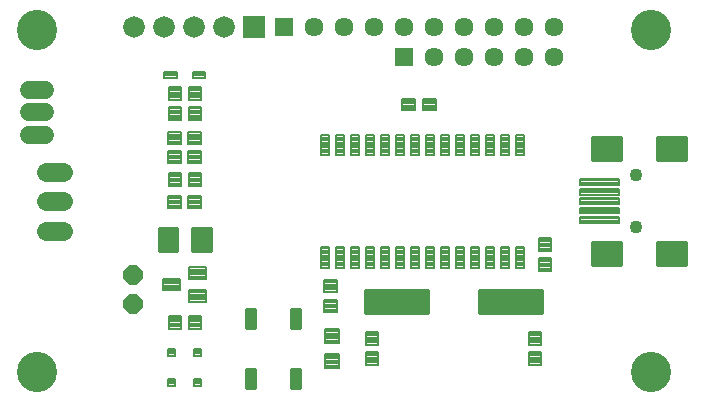
<source format=gts>
G75*
G70*
%OFA0B0*%
%FSLAX24Y24*%
%IPPOS*%
%LPD*%
%AMOC8*
5,1,8,0,0,1.08239X$1,22.5*
%
%ADD10C,0.0081*%
%ADD11C,0.0084*%
%ADD12C,0.0081*%
%ADD13C,0.0083*%
%ADD14C,0.0640*%
%ADD15C,0.0080*%
%ADD16C,0.0084*%
%ADD17OC8,0.0640*%
%ADD18C,0.0596*%
%ADD19C,0.0085*%
%ADD20C,0.0082*%
%ADD21C,0.0087*%
%ADD22C,0.0434*%
%ADD23R,0.0720X0.0720*%
%ADD24C,0.0720*%
%ADD25R,0.0635X0.0635*%
%ADD26C,0.0635*%
%ADD27C,0.1340*%
D10*
X015440Y009825D02*
X015696Y009825D01*
X015440Y009825D02*
X015440Y010493D01*
X015696Y010493D01*
X015696Y009825D01*
X015696Y009905D02*
X015440Y009905D01*
X015440Y009985D02*
X015696Y009985D01*
X015696Y010065D02*
X015440Y010065D01*
X015440Y010145D02*
X015696Y010145D01*
X015696Y010225D02*
X015440Y010225D01*
X015440Y010305D02*
X015696Y010305D01*
X015696Y010385D02*
X015440Y010385D01*
X015440Y010465D02*
X015696Y010465D01*
X015940Y009825D02*
X016196Y009825D01*
X015940Y009825D02*
X015940Y010493D01*
X016196Y010493D01*
X016196Y009825D01*
X016196Y009905D02*
X015940Y009905D01*
X015940Y009985D02*
X016196Y009985D01*
X016196Y010065D02*
X015940Y010065D01*
X015940Y010145D02*
X016196Y010145D01*
X016196Y010225D02*
X015940Y010225D01*
X015940Y010305D02*
X016196Y010305D01*
X016196Y010385D02*
X015940Y010385D01*
X015940Y010465D02*
X016196Y010465D01*
X016440Y009825D02*
X016696Y009825D01*
X016440Y009825D02*
X016440Y010493D01*
X016696Y010493D01*
X016696Y009825D01*
X016696Y009905D02*
X016440Y009905D01*
X016440Y009985D02*
X016696Y009985D01*
X016696Y010065D02*
X016440Y010065D01*
X016440Y010145D02*
X016696Y010145D01*
X016696Y010225D02*
X016440Y010225D01*
X016440Y010305D02*
X016696Y010305D01*
X016696Y010385D02*
X016440Y010385D01*
X016440Y010465D02*
X016696Y010465D01*
X016940Y009825D02*
X017196Y009825D01*
X016940Y009825D02*
X016940Y010493D01*
X017196Y010493D01*
X017196Y009825D01*
X017196Y009905D02*
X016940Y009905D01*
X016940Y009985D02*
X017196Y009985D01*
X017196Y010065D02*
X016940Y010065D01*
X016940Y010145D02*
X017196Y010145D01*
X017196Y010225D02*
X016940Y010225D01*
X016940Y010305D02*
X017196Y010305D01*
X017196Y010385D02*
X016940Y010385D01*
X016940Y010465D02*
X017196Y010465D01*
X017440Y009825D02*
X017696Y009825D01*
X017440Y009825D02*
X017440Y010493D01*
X017696Y010493D01*
X017696Y009825D01*
X017696Y009905D02*
X017440Y009905D01*
X017440Y009985D02*
X017696Y009985D01*
X017696Y010065D02*
X017440Y010065D01*
X017440Y010145D02*
X017696Y010145D01*
X017696Y010225D02*
X017440Y010225D01*
X017440Y010305D02*
X017696Y010305D01*
X017696Y010385D02*
X017440Y010385D01*
X017440Y010465D02*
X017696Y010465D01*
X017940Y009825D02*
X018196Y009825D01*
X017940Y009825D02*
X017940Y010493D01*
X018196Y010493D01*
X018196Y009825D01*
X018196Y009905D02*
X017940Y009905D01*
X017940Y009985D02*
X018196Y009985D01*
X018196Y010065D02*
X017940Y010065D01*
X017940Y010145D02*
X018196Y010145D01*
X018196Y010225D02*
X017940Y010225D01*
X017940Y010305D02*
X018196Y010305D01*
X018196Y010385D02*
X017940Y010385D01*
X017940Y010465D02*
X018196Y010465D01*
X018440Y009825D02*
X018696Y009825D01*
X018440Y009825D02*
X018440Y010493D01*
X018696Y010493D01*
X018696Y009825D01*
X018696Y009905D02*
X018440Y009905D01*
X018440Y009985D02*
X018696Y009985D01*
X018696Y010065D02*
X018440Y010065D01*
X018440Y010145D02*
X018696Y010145D01*
X018696Y010225D02*
X018440Y010225D01*
X018440Y010305D02*
X018696Y010305D01*
X018696Y010385D02*
X018440Y010385D01*
X018440Y010465D02*
X018696Y010465D01*
X018940Y009825D02*
X019196Y009825D01*
X018940Y009825D02*
X018940Y010493D01*
X019196Y010493D01*
X019196Y009825D01*
X019196Y009905D02*
X018940Y009905D01*
X018940Y009985D02*
X019196Y009985D01*
X019196Y010065D02*
X018940Y010065D01*
X018940Y010145D02*
X019196Y010145D01*
X019196Y010225D02*
X018940Y010225D01*
X018940Y010305D02*
X019196Y010305D01*
X019196Y010385D02*
X018940Y010385D01*
X018940Y010465D02*
X019196Y010465D01*
X019440Y009825D02*
X019696Y009825D01*
X019440Y009825D02*
X019440Y010493D01*
X019696Y010493D01*
X019696Y009825D01*
X019696Y009905D02*
X019440Y009905D01*
X019440Y009985D02*
X019696Y009985D01*
X019696Y010065D02*
X019440Y010065D01*
X019440Y010145D02*
X019696Y010145D01*
X019696Y010225D02*
X019440Y010225D01*
X019440Y010305D02*
X019696Y010305D01*
X019696Y010385D02*
X019440Y010385D01*
X019440Y010465D02*
X019696Y010465D01*
X019940Y009825D02*
X020196Y009825D01*
X019940Y009825D02*
X019940Y010493D01*
X020196Y010493D01*
X020196Y009825D01*
X020196Y009905D02*
X019940Y009905D01*
X019940Y009985D02*
X020196Y009985D01*
X020196Y010065D02*
X019940Y010065D01*
X019940Y010145D02*
X020196Y010145D01*
X020196Y010225D02*
X019940Y010225D01*
X019940Y010305D02*
X020196Y010305D01*
X020196Y010385D02*
X019940Y010385D01*
X019940Y010465D02*
X020196Y010465D01*
X020440Y009825D02*
X020696Y009825D01*
X020440Y009825D02*
X020440Y010493D01*
X020696Y010493D01*
X020696Y009825D01*
X020696Y009905D02*
X020440Y009905D01*
X020440Y009985D02*
X020696Y009985D01*
X020696Y010065D02*
X020440Y010065D01*
X020440Y010145D02*
X020696Y010145D01*
X020696Y010225D02*
X020440Y010225D01*
X020440Y010305D02*
X020696Y010305D01*
X020696Y010385D02*
X020440Y010385D01*
X020440Y010465D02*
X020696Y010465D01*
X020940Y009825D02*
X021196Y009825D01*
X020940Y009825D02*
X020940Y010493D01*
X021196Y010493D01*
X021196Y009825D01*
X021196Y009905D02*
X020940Y009905D01*
X020940Y009985D02*
X021196Y009985D01*
X021196Y010065D02*
X020940Y010065D01*
X020940Y010145D02*
X021196Y010145D01*
X021196Y010225D02*
X020940Y010225D01*
X020940Y010305D02*
X021196Y010305D01*
X021196Y010385D02*
X020940Y010385D01*
X020940Y010465D02*
X021196Y010465D01*
X021440Y009825D02*
X021696Y009825D01*
X021440Y009825D02*
X021440Y010493D01*
X021696Y010493D01*
X021696Y009825D01*
X021696Y009905D02*
X021440Y009905D01*
X021440Y009985D02*
X021696Y009985D01*
X021696Y010065D02*
X021440Y010065D01*
X021440Y010145D02*
X021696Y010145D01*
X021696Y010225D02*
X021440Y010225D01*
X021440Y010305D02*
X021696Y010305D01*
X021696Y010385D02*
X021440Y010385D01*
X021440Y010465D02*
X021696Y010465D01*
X021940Y009825D02*
X022196Y009825D01*
X021940Y009825D02*
X021940Y010493D01*
X022196Y010493D01*
X022196Y009825D01*
X022196Y009905D02*
X021940Y009905D01*
X021940Y009985D02*
X022196Y009985D01*
X022196Y010065D02*
X021940Y010065D01*
X021940Y010145D02*
X022196Y010145D01*
X022196Y010225D02*
X021940Y010225D01*
X021940Y010305D02*
X022196Y010305D01*
X022196Y010385D02*
X021940Y010385D01*
X021940Y010465D02*
X022196Y010465D01*
X022196Y013589D02*
X021940Y013589D01*
X021940Y014257D01*
X022196Y014257D01*
X022196Y013589D01*
X022196Y013669D02*
X021940Y013669D01*
X021940Y013749D02*
X022196Y013749D01*
X022196Y013829D02*
X021940Y013829D01*
X021940Y013909D02*
X022196Y013909D01*
X022196Y013989D02*
X021940Y013989D01*
X021940Y014069D02*
X022196Y014069D01*
X022196Y014149D02*
X021940Y014149D01*
X021940Y014229D02*
X022196Y014229D01*
X021696Y013589D02*
X021440Y013589D01*
X021440Y014257D01*
X021696Y014257D01*
X021696Y013589D01*
X021696Y013669D02*
X021440Y013669D01*
X021440Y013749D02*
X021696Y013749D01*
X021696Y013829D02*
X021440Y013829D01*
X021440Y013909D02*
X021696Y013909D01*
X021696Y013989D02*
X021440Y013989D01*
X021440Y014069D02*
X021696Y014069D01*
X021696Y014149D02*
X021440Y014149D01*
X021440Y014229D02*
X021696Y014229D01*
X021196Y013589D02*
X020940Y013589D01*
X020940Y014257D01*
X021196Y014257D01*
X021196Y013589D01*
X021196Y013669D02*
X020940Y013669D01*
X020940Y013749D02*
X021196Y013749D01*
X021196Y013829D02*
X020940Y013829D01*
X020940Y013909D02*
X021196Y013909D01*
X021196Y013989D02*
X020940Y013989D01*
X020940Y014069D02*
X021196Y014069D01*
X021196Y014149D02*
X020940Y014149D01*
X020940Y014229D02*
X021196Y014229D01*
X020696Y013589D02*
X020440Y013589D01*
X020440Y014257D01*
X020696Y014257D01*
X020696Y013589D01*
X020696Y013669D02*
X020440Y013669D01*
X020440Y013749D02*
X020696Y013749D01*
X020696Y013829D02*
X020440Y013829D01*
X020440Y013909D02*
X020696Y013909D01*
X020696Y013989D02*
X020440Y013989D01*
X020440Y014069D02*
X020696Y014069D01*
X020696Y014149D02*
X020440Y014149D01*
X020440Y014229D02*
X020696Y014229D01*
X020196Y013589D02*
X019940Y013589D01*
X019940Y014257D01*
X020196Y014257D01*
X020196Y013589D01*
X020196Y013669D02*
X019940Y013669D01*
X019940Y013749D02*
X020196Y013749D01*
X020196Y013829D02*
X019940Y013829D01*
X019940Y013909D02*
X020196Y013909D01*
X020196Y013989D02*
X019940Y013989D01*
X019940Y014069D02*
X020196Y014069D01*
X020196Y014149D02*
X019940Y014149D01*
X019940Y014229D02*
X020196Y014229D01*
X019696Y013589D02*
X019440Y013589D01*
X019440Y014257D01*
X019696Y014257D01*
X019696Y013589D01*
X019696Y013669D02*
X019440Y013669D01*
X019440Y013749D02*
X019696Y013749D01*
X019696Y013829D02*
X019440Y013829D01*
X019440Y013909D02*
X019696Y013909D01*
X019696Y013989D02*
X019440Y013989D01*
X019440Y014069D02*
X019696Y014069D01*
X019696Y014149D02*
X019440Y014149D01*
X019440Y014229D02*
X019696Y014229D01*
X019196Y013589D02*
X018940Y013589D01*
X018940Y014257D01*
X019196Y014257D01*
X019196Y013589D01*
X019196Y013669D02*
X018940Y013669D01*
X018940Y013749D02*
X019196Y013749D01*
X019196Y013829D02*
X018940Y013829D01*
X018940Y013909D02*
X019196Y013909D01*
X019196Y013989D02*
X018940Y013989D01*
X018940Y014069D02*
X019196Y014069D01*
X019196Y014149D02*
X018940Y014149D01*
X018940Y014229D02*
X019196Y014229D01*
X018696Y013589D02*
X018440Y013589D01*
X018440Y014257D01*
X018696Y014257D01*
X018696Y013589D01*
X018696Y013669D02*
X018440Y013669D01*
X018440Y013749D02*
X018696Y013749D01*
X018696Y013829D02*
X018440Y013829D01*
X018440Y013909D02*
X018696Y013909D01*
X018696Y013989D02*
X018440Y013989D01*
X018440Y014069D02*
X018696Y014069D01*
X018696Y014149D02*
X018440Y014149D01*
X018440Y014229D02*
X018696Y014229D01*
X018196Y013589D02*
X017940Y013589D01*
X017940Y014257D01*
X018196Y014257D01*
X018196Y013589D01*
X018196Y013669D02*
X017940Y013669D01*
X017940Y013749D02*
X018196Y013749D01*
X018196Y013829D02*
X017940Y013829D01*
X017940Y013909D02*
X018196Y013909D01*
X018196Y013989D02*
X017940Y013989D01*
X017940Y014069D02*
X018196Y014069D01*
X018196Y014149D02*
X017940Y014149D01*
X017940Y014229D02*
X018196Y014229D01*
X017696Y013589D02*
X017440Y013589D01*
X017440Y014257D01*
X017696Y014257D01*
X017696Y013589D01*
X017696Y013669D02*
X017440Y013669D01*
X017440Y013749D02*
X017696Y013749D01*
X017696Y013829D02*
X017440Y013829D01*
X017440Y013909D02*
X017696Y013909D01*
X017696Y013989D02*
X017440Y013989D01*
X017440Y014069D02*
X017696Y014069D01*
X017696Y014149D02*
X017440Y014149D01*
X017440Y014229D02*
X017696Y014229D01*
X017196Y013589D02*
X016940Y013589D01*
X016940Y014257D01*
X017196Y014257D01*
X017196Y013589D01*
X017196Y013669D02*
X016940Y013669D01*
X016940Y013749D02*
X017196Y013749D01*
X017196Y013829D02*
X016940Y013829D01*
X016940Y013909D02*
X017196Y013909D01*
X017196Y013989D02*
X016940Y013989D01*
X016940Y014069D02*
X017196Y014069D01*
X017196Y014149D02*
X016940Y014149D01*
X016940Y014229D02*
X017196Y014229D01*
X016696Y013589D02*
X016440Y013589D01*
X016440Y014257D01*
X016696Y014257D01*
X016696Y013589D01*
X016696Y013669D02*
X016440Y013669D01*
X016440Y013749D02*
X016696Y013749D01*
X016696Y013829D02*
X016440Y013829D01*
X016440Y013909D02*
X016696Y013909D01*
X016696Y013989D02*
X016440Y013989D01*
X016440Y014069D02*
X016696Y014069D01*
X016696Y014149D02*
X016440Y014149D01*
X016440Y014229D02*
X016696Y014229D01*
X016196Y013589D02*
X015940Y013589D01*
X015940Y014257D01*
X016196Y014257D01*
X016196Y013589D01*
X016196Y013669D02*
X015940Y013669D01*
X015940Y013749D02*
X016196Y013749D01*
X016196Y013829D02*
X015940Y013829D01*
X015940Y013909D02*
X016196Y013909D01*
X016196Y013989D02*
X015940Y013989D01*
X015940Y014069D02*
X016196Y014069D01*
X016196Y014149D02*
X015940Y014149D01*
X015940Y014229D02*
X016196Y014229D01*
X015696Y013589D02*
X015440Y013589D01*
X015440Y014257D01*
X015696Y014257D01*
X015696Y013589D01*
X015696Y013669D02*
X015440Y013669D01*
X015440Y013749D02*
X015696Y013749D01*
X015696Y013829D02*
X015440Y013829D01*
X015440Y013909D02*
X015696Y013909D01*
X015696Y013989D02*
X015440Y013989D01*
X015440Y014069D02*
X015696Y014069D01*
X015696Y014149D02*
X015440Y014149D01*
X015440Y014229D02*
X015696Y014229D01*
D11*
X016907Y009072D02*
X019003Y009072D01*
X019003Y008316D01*
X016907Y008316D01*
X016907Y009072D01*
X016907Y008399D02*
X019003Y008399D01*
X019003Y008482D02*
X016907Y008482D01*
X016907Y008565D02*
X019003Y008565D01*
X019003Y008648D02*
X016907Y008648D01*
X016907Y008731D02*
X019003Y008731D01*
X019003Y008814D02*
X016907Y008814D01*
X016907Y008897D02*
X019003Y008897D01*
X019003Y008980D02*
X016907Y008980D01*
X016907Y009063D02*
X019003Y009063D01*
X020707Y009072D02*
X022803Y009072D01*
X022803Y008316D01*
X020707Y008316D01*
X020707Y009072D01*
X020707Y008399D02*
X022803Y008399D01*
X022803Y008482D02*
X020707Y008482D01*
X020707Y008565D02*
X022803Y008565D01*
X022803Y008648D02*
X020707Y008648D01*
X020707Y008731D02*
X022803Y008731D01*
X022803Y008814D02*
X020707Y008814D01*
X020707Y008897D02*
X022803Y008897D01*
X022803Y008980D02*
X020707Y008980D01*
X020707Y009063D02*
X022803Y009063D01*
D12*
X023091Y009707D02*
X023091Y010139D01*
X023091Y009707D02*
X022697Y009707D01*
X022697Y010139D01*
X023091Y010139D01*
X023091Y009787D02*
X022697Y009787D01*
X022697Y009867D02*
X023091Y009867D01*
X023091Y009947D02*
X022697Y009947D01*
X022697Y010027D02*
X023091Y010027D01*
X023091Y010107D02*
X022697Y010107D01*
X023091Y010376D02*
X023091Y010808D01*
X023091Y010376D02*
X022697Y010376D01*
X022697Y010808D01*
X023091Y010808D01*
X023091Y010456D02*
X022697Y010456D01*
X022697Y010536D02*
X023091Y010536D01*
X023091Y010616D02*
X022697Y010616D01*
X022697Y010696D02*
X023091Y010696D01*
X023091Y010776D02*
X022697Y010776D01*
X022385Y007683D02*
X022385Y007251D01*
X022385Y007683D02*
X022779Y007683D01*
X022779Y007251D01*
X022385Y007251D01*
X022385Y007331D02*
X022779Y007331D01*
X022779Y007411D02*
X022385Y007411D01*
X022385Y007491D02*
X022779Y007491D01*
X022779Y007571D02*
X022385Y007571D01*
X022385Y007651D02*
X022779Y007651D01*
X022385Y007014D02*
X022385Y006582D01*
X022385Y007014D02*
X022779Y007014D01*
X022779Y006582D01*
X022385Y006582D01*
X022385Y006662D02*
X022779Y006662D01*
X022779Y006742D02*
X022385Y006742D01*
X022385Y006822D02*
X022779Y006822D01*
X022779Y006902D02*
X022385Y006902D01*
X022385Y006982D02*
X022779Y006982D01*
X016947Y007014D02*
X016947Y006582D01*
X016947Y007014D02*
X017341Y007014D01*
X017341Y006582D01*
X016947Y006582D01*
X016947Y006662D02*
X017341Y006662D01*
X017341Y006742D02*
X016947Y006742D01*
X016947Y006822D02*
X017341Y006822D01*
X017341Y006902D02*
X016947Y006902D01*
X016947Y006982D02*
X017341Y006982D01*
X016947Y007251D02*
X016947Y007683D01*
X017341Y007683D01*
X017341Y007251D01*
X016947Y007251D01*
X016947Y007331D02*
X017341Y007331D01*
X017341Y007411D02*
X016947Y007411D01*
X016947Y007491D02*
X017341Y007491D01*
X017341Y007571D02*
X016947Y007571D01*
X016947Y007651D02*
X017341Y007651D01*
X015985Y008344D02*
X015985Y008738D01*
X015985Y008344D02*
X015553Y008344D01*
X015553Y008738D01*
X015985Y008738D01*
X015985Y008424D02*
X015553Y008424D01*
X015553Y008504D02*
X015985Y008504D01*
X015985Y008584D02*
X015553Y008584D01*
X015553Y008664D02*
X015985Y008664D01*
X015985Y009013D02*
X015985Y009407D01*
X015985Y009013D02*
X015553Y009013D01*
X015553Y009407D01*
X015985Y009407D01*
X015985Y009093D02*
X015553Y009093D01*
X015553Y009173D02*
X015985Y009173D01*
X015985Y009253D02*
X015553Y009253D01*
X015553Y009333D02*
X015985Y009333D01*
X011602Y009434D02*
X011602Y009828D01*
X011602Y009434D02*
X011052Y009434D01*
X011052Y009828D01*
X011602Y009828D01*
X011602Y009514D02*
X011052Y009514D01*
X011052Y009594D02*
X011602Y009594D01*
X011602Y009674D02*
X011052Y009674D01*
X011052Y009754D02*
X011602Y009754D01*
X010736Y009454D02*
X010736Y009060D01*
X010186Y009060D01*
X010186Y009454D01*
X010736Y009454D01*
X010736Y009140D02*
X010186Y009140D01*
X010186Y009220D02*
X010736Y009220D01*
X010736Y009300D02*
X010186Y009300D01*
X010186Y009380D02*
X010736Y009380D01*
X011602Y009080D02*
X011602Y008686D01*
X011052Y008686D01*
X011052Y009080D01*
X011602Y009080D01*
X011602Y008766D02*
X011052Y008766D01*
X011052Y008846D02*
X011602Y008846D01*
X011602Y008926D02*
X011052Y008926D01*
X011052Y009006D02*
X011602Y009006D01*
X011426Y007791D02*
X011032Y007791D01*
X011032Y008223D01*
X011426Y008223D01*
X011426Y007791D01*
X011426Y007871D02*
X011032Y007871D01*
X011032Y007951D02*
X011426Y007951D01*
X011426Y008031D02*
X011032Y008031D01*
X011032Y008111D02*
X011426Y008111D01*
X011426Y008191D02*
X011032Y008191D01*
X010757Y007791D02*
X010363Y007791D01*
X010363Y008223D01*
X010757Y008223D01*
X010757Y007791D01*
X010757Y007871D02*
X010363Y007871D01*
X010363Y007951D02*
X010757Y007951D01*
X010757Y008031D02*
X010363Y008031D01*
X010363Y008111D02*
X010757Y008111D01*
X010757Y008191D02*
X010363Y008191D01*
X010344Y012204D02*
X010776Y012204D01*
X010776Y011810D01*
X010344Y011810D01*
X010344Y012204D01*
X010344Y011890D02*
X010776Y011890D01*
X010776Y011970D02*
X010344Y011970D01*
X010344Y012050D02*
X010776Y012050D01*
X010776Y012130D02*
X010344Y012130D01*
X010363Y012541D02*
X010757Y012541D01*
X010363Y012541D02*
X010363Y012973D01*
X010757Y012973D01*
X010757Y012541D01*
X010757Y012621D02*
X010363Y012621D01*
X010363Y012701D02*
X010757Y012701D01*
X010757Y012781D02*
X010363Y012781D01*
X010363Y012861D02*
X010757Y012861D01*
X010757Y012941D02*
X010363Y012941D01*
X010344Y013310D02*
X010776Y013310D01*
X010344Y013310D02*
X010344Y013704D01*
X010776Y013704D01*
X010776Y013310D01*
X010776Y013390D02*
X010344Y013390D01*
X010344Y013470D02*
X010776Y013470D01*
X010776Y013550D02*
X010344Y013550D01*
X010344Y013630D02*
X010776Y013630D01*
X011013Y013310D02*
X011445Y013310D01*
X011013Y013310D02*
X011013Y013704D01*
X011445Y013704D01*
X011445Y013310D01*
X011445Y013390D02*
X011013Y013390D01*
X011013Y013470D02*
X011445Y013470D01*
X011445Y013550D02*
X011013Y013550D01*
X011013Y013630D02*
X011445Y013630D01*
X011445Y013935D02*
X011013Y013935D01*
X011013Y014329D01*
X011445Y014329D01*
X011445Y013935D01*
X011445Y014015D02*
X011013Y014015D01*
X011013Y014095D02*
X011445Y014095D01*
X011445Y014175D02*
X011013Y014175D01*
X011013Y014255D02*
X011445Y014255D01*
X011426Y015161D02*
X011032Y015161D01*
X011426Y015161D02*
X011426Y014729D01*
X011032Y014729D01*
X011032Y015161D01*
X011032Y014809D02*
X011426Y014809D01*
X011426Y014889D02*
X011032Y014889D01*
X011032Y014969D02*
X011426Y014969D01*
X011426Y015049D02*
X011032Y015049D01*
X011032Y015129D02*
X011426Y015129D01*
X011426Y015848D02*
X011032Y015848D01*
X011426Y015848D02*
X011426Y015416D01*
X011032Y015416D01*
X011032Y015848D01*
X011032Y015496D02*
X011426Y015496D01*
X011426Y015576D02*
X011032Y015576D01*
X011032Y015656D02*
X011426Y015656D01*
X011426Y015736D02*
X011032Y015736D01*
X011032Y015816D02*
X011426Y015816D01*
X010757Y015848D02*
X010363Y015848D01*
X010757Y015848D02*
X010757Y015416D01*
X010363Y015416D01*
X010363Y015848D01*
X010363Y015496D02*
X010757Y015496D01*
X010757Y015576D02*
X010363Y015576D01*
X010363Y015656D02*
X010757Y015656D01*
X010757Y015736D02*
X010363Y015736D01*
X010363Y015816D02*
X010757Y015816D01*
X010757Y015161D02*
X010363Y015161D01*
X010757Y015161D02*
X010757Y014729D01*
X010363Y014729D01*
X010363Y015161D01*
X010363Y014809D02*
X010757Y014809D01*
X010757Y014889D02*
X010363Y014889D01*
X010363Y014969D02*
X010757Y014969D01*
X010757Y015049D02*
X010363Y015049D01*
X010363Y015129D02*
X010757Y015129D01*
X010776Y013935D02*
X010344Y013935D01*
X010344Y014329D01*
X010776Y014329D01*
X010776Y013935D01*
X010776Y014015D02*
X010344Y014015D01*
X010344Y014095D02*
X010776Y014095D01*
X010776Y014175D02*
X010344Y014175D01*
X010344Y014255D02*
X010776Y014255D01*
X011032Y012541D02*
X011426Y012541D01*
X011032Y012541D02*
X011032Y012973D01*
X011426Y012973D01*
X011426Y012541D01*
X011426Y012621D02*
X011032Y012621D01*
X011032Y012701D02*
X011426Y012701D01*
X011426Y012781D02*
X011032Y012781D01*
X011032Y012861D02*
X011426Y012861D01*
X011426Y012941D02*
X011032Y012941D01*
X011013Y012204D02*
X011445Y012204D01*
X011445Y011810D01*
X011013Y011810D01*
X011013Y012204D01*
X011013Y011890D02*
X011445Y011890D01*
X011445Y011970D02*
X011013Y011970D01*
X011013Y012050D02*
X011445Y012050D01*
X011445Y012130D02*
X011013Y012130D01*
X018156Y015454D02*
X018588Y015454D01*
X018588Y015060D01*
X018156Y015060D01*
X018156Y015454D01*
X018156Y015140D02*
X018588Y015140D01*
X018588Y015220D02*
X018156Y015220D01*
X018156Y015300D02*
X018588Y015300D01*
X018588Y015380D02*
X018156Y015380D01*
X018825Y015454D02*
X019257Y015454D01*
X019257Y015060D01*
X018825Y015060D01*
X018825Y015454D01*
X018825Y015140D02*
X019257Y015140D01*
X019257Y015220D02*
X018825Y015220D01*
X018825Y015300D02*
X019257Y015300D01*
X019257Y015380D02*
X018825Y015380D01*
D13*
X016047Y007768D02*
X015577Y007768D01*
X016047Y007768D02*
X016047Y007298D01*
X015577Y007298D01*
X015577Y007768D01*
X015577Y007380D02*
X016047Y007380D01*
X016047Y007462D02*
X015577Y007462D01*
X015577Y007544D02*
X016047Y007544D01*
X016047Y007626D02*
X015577Y007626D01*
X015577Y007708D02*
X016047Y007708D01*
X016047Y006941D02*
X015577Y006941D01*
X016047Y006941D02*
X016047Y006471D01*
X015577Y006471D01*
X015577Y006941D01*
X015577Y006553D02*
X016047Y006553D01*
X016047Y006635D02*
X015577Y006635D01*
X015577Y006717D02*
X016047Y006717D01*
X016047Y006799D02*
X015577Y006799D01*
X015577Y006881D02*
X016047Y006881D01*
D14*
X006829Y011057D02*
X006269Y011057D01*
X006269Y012041D02*
X006829Y012041D01*
X006829Y013025D02*
X006269Y013025D01*
D15*
X010628Y016159D02*
X010628Y016355D01*
X010628Y016159D02*
X010216Y016159D01*
X010216Y016355D01*
X010628Y016355D01*
X010628Y016238D02*
X010216Y016238D01*
X010216Y016317D02*
X010628Y016317D01*
X011573Y016355D02*
X011573Y016159D01*
X011161Y016159D01*
X011161Y016355D01*
X011573Y016355D01*
X011573Y016238D02*
X011161Y016238D01*
X011161Y016317D02*
X011573Y016317D01*
X025378Y012769D02*
X025378Y012573D01*
X024080Y012573D01*
X024080Y012769D01*
X025378Y012769D01*
X025378Y012652D02*
X024080Y012652D01*
X024080Y012731D02*
X025378Y012731D01*
X025378Y012454D02*
X025378Y012258D01*
X024080Y012258D01*
X024080Y012454D01*
X025378Y012454D01*
X025378Y012337D02*
X024080Y012337D01*
X024080Y012416D02*
X025378Y012416D01*
X025378Y012139D02*
X025378Y011943D01*
X024080Y011943D01*
X024080Y012139D01*
X025378Y012139D01*
X025378Y012022D02*
X024080Y012022D01*
X024080Y012101D02*
X025378Y012101D01*
X025378Y011824D02*
X025378Y011628D01*
X024080Y011628D01*
X024080Y011824D01*
X025378Y011824D01*
X025378Y011707D02*
X024080Y011707D01*
X024080Y011786D02*
X025378Y011786D01*
X025378Y011509D02*
X025378Y011313D01*
X024080Y011313D01*
X024080Y011509D01*
X025378Y011509D01*
X025378Y011392D02*
X024080Y011392D01*
X024080Y011471D02*
X025378Y011471D01*
D16*
X014741Y007796D02*
X014445Y007796D01*
X014445Y008442D01*
X014741Y008442D01*
X014741Y007796D01*
X014741Y007879D02*
X014445Y007879D01*
X014445Y007962D02*
X014741Y007962D01*
X014741Y008045D02*
X014445Y008045D01*
X014445Y008128D02*
X014741Y008128D01*
X014741Y008211D02*
X014445Y008211D01*
X014445Y008294D02*
X014741Y008294D01*
X014741Y008377D02*
X014445Y008377D01*
X013241Y007796D02*
X012945Y007796D01*
X012945Y008442D01*
X013241Y008442D01*
X013241Y007796D01*
X013241Y007879D02*
X012945Y007879D01*
X012945Y007962D02*
X013241Y007962D01*
X013241Y008045D02*
X012945Y008045D01*
X012945Y008128D02*
X013241Y008128D01*
X013241Y008211D02*
X012945Y008211D01*
X012945Y008294D02*
X013241Y008294D01*
X013241Y008377D02*
X012945Y008377D01*
X012945Y005796D02*
X013241Y005796D01*
X012945Y005796D02*
X012945Y006442D01*
X013241Y006442D01*
X013241Y005796D01*
X013241Y005879D02*
X012945Y005879D01*
X012945Y005962D02*
X013241Y005962D01*
X013241Y006045D02*
X012945Y006045D01*
X012945Y006128D02*
X013241Y006128D01*
X013241Y006211D02*
X012945Y006211D01*
X012945Y006294D02*
X013241Y006294D01*
X013241Y006377D02*
X012945Y006377D01*
X014445Y005796D02*
X014741Y005796D01*
X014445Y005796D02*
X014445Y006442D01*
X014741Y006442D01*
X014741Y005796D01*
X014741Y005879D02*
X014445Y005879D01*
X014445Y005962D02*
X014741Y005962D01*
X014741Y006045D02*
X014445Y006045D01*
X014445Y006128D02*
X014741Y006128D01*
X014741Y006211D02*
X014445Y006211D01*
X014445Y006294D02*
X014741Y006294D01*
X014741Y006377D02*
X014445Y006377D01*
D17*
X009158Y008596D03*
X009158Y009580D03*
D18*
X006231Y014245D02*
X005715Y014245D01*
X005715Y014993D02*
X006231Y014993D01*
X006231Y015745D02*
X005715Y015745D01*
D19*
X010030Y011148D02*
X010656Y011148D01*
X010656Y010366D01*
X010030Y010366D01*
X010030Y011148D01*
X010030Y010450D02*
X010656Y010450D01*
X010656Y010534D02*
X010030Y010534D01*
X010030Y010618D02*
X010656Y010618D01*
X010656Y010702D02*
X010030Y010702D01*
X010030Y010786D02*
X010656Y010786D01*
X010656Y010870D02*
X010030Y010870D01*
X010030Y010954D02*
X010656Y010954D01*
X010656Y011038D02*
X010030Y011038D01*
X010030Y011122D02*
X010656Y011122D01*
X011133Y011148D02*
X011759Y011148D01*
X011759Y010366D01*
X011133Y010366D01*
X011133Y011148D01*
X011133Y010450D02*
X011759Y010450D01*
X011759Y010534D02*
X011133Y010534D01*
X011133Y010618D02*
X011759Y010618D01*
X011759Y010702D02*
X011133Y010702D01*
X011133Y010786D02*
X011759Y010786D01*
X011759Y010870D02*
X011133Y010870D01*
X011133Y010954D02*
X011759Y010954D01*
X011759Y011038D02*
X011133Y011038D01*
X011133Y011122D02*
X011759Y011122D01*
D20*
X011444Y006890D02*
X011210Y006890D01*
X011210Y007124D01*
X011444Y007124D01*
X011444Y006890D01*
X011444Y006971D02*
X011210Y006971D01*
X011210Y007052D02*
X011444Y007052D01*
X010578Y006890D02*
X010344Y006890D01*
X010344Y007124D01*
X010578Y007124D01*
X010578Y006890D01*
X010578Y006971D02*
X010344Y006971D01*
X010344Y007052D02*
X010578Y007052D01*
X010578Y005890D02*
X010344Y005890D01*
X010344Y006124D01*
X010578Y006124D01*
X010578Y005890D01*
X010578Y005971D02*
X010344Y005971D01*
X010344Y006052D02*
X010578Y006052D01*
X011210Y005890D02*
X011444Y005890D01*
X011210Y005890D02*
X011210Y006124D01*
X011444Y006124D01*
X011444Y005890D01*
X011444Y005971D02*
X011210Y005971D01*
X011210Y006052D02*
X011444Y006052D01*
D21*
X025454Y009899D02*
X025454Y010679D01*
X025454Y009899D02*
X024476Y009899D01*
X024476Y010679D01*
X025454Y010679D01*
X025454Y009985D02*
X024476Y009985D01*
X024476Y010071D02*
X025454Y010071D01*
X025454Y010157D02*
X024476Y010157D01*
X024476Y010243D02*
X025454Y010243D01*
X025454Y010329D02*
X024476Y010329D01*
X024476Y010415D02*
X025454Y010415D01*
X025454Y010501D02*
X024476Y010501D01*
X024476Y010587D02*
X025454Y010587D01*
X025454Y010673D02*
X024476Y010673D01*
X027620Y010679D02*
X027620Y009899D01*
X026642Y009899D01*
X026642Y010679D01*
X027620Y010679D01*
X027620Y009985D02*
X026642Y009985D01*
X026642Y010071D02*
X027620Y010071D01*
X027620Y010157D02*
X026642Y010157D01*
X026642Y010243D02*
X027620Y010243D01*
X027620Y010329D02*
X026642Y010329D01*
X026642Y010415D02*
X027620Y010415D01*
X027620Y010501D02*
X026642Y010501D01*
X026642Y010587D02*
X027620Y010587D01*
X027620Y010673D02*
X026642Y010673D01*
X027620Y013403D02*
X027620Y014183D01*
X027620Y013403D02*
X026642Y013403D01*
X026642Y014183D01*
X027620Y014183D01*
X027620Y013489D02*
X026642Y013489D01*
X026642Y013575D02*
X027620Y013575D01*
X027620Y013661D02*
X026642Y013661D01*
X026642Y013747D02*
X027620Y013747D01*
X027620Y013833D02*
X026642Y013833D01*
X026642Y013919D02*
X027620Y013919D01*
X027620Y014005D02*
X026642Y014005D01*
X026642Y014091D02*
X027620Y014091D01*
X027620Y014177D02*
X026642Y014177D01*
X025454Y014183D02*
X025454Y013403D01*
X024476Y013403D01*
X024476Y014183D01*
X025454Y014183D01*
X025454Y013489D02*
X024476Y013489D01*
X024476Y013575D02*
X025454Y013575D01*
X025454Y013661D02*
X024476Y013661D01*
X024476Y013747D02*
X025454Y013747D01*
X025454Y013833D02*
X024476Y013833D01*
X024476Y013919D02*
X025454Y013919D01*
X025454Y014005D02*
X024476Y014005D01*
X024476Y014091D02*
X025454Y014091D01*
X025454Y014177D02*
X024476Y014177D01*
D22*
X025949Y012907D03*
X025949Y011174D03*
D23*
X013205Y017856D03*
D24*
X012205Y017856D03*
X011205Y017856D03*
X010205Y017856D03*
X009205Y017856D03*
D25*
X014205Y017856D03*
X018205Y016856D03*
D26*
X019205Y016856D03*
X020205Y016856D03*
X020205Y017856D03*
X019205Y017856D03*
X018205Y017856D03*
X017205Y017856D03*
X016205Y017856D03*
X015205Y017856D03*
X021205Y017856D03*
X022205Y017856D03*
X023205Y017856D03*
X023205Y016856D03*
X022205Y016856D03*
X021205Y016856D03*
D27*
X005969Y006332D03*
X005969Y017749D03*
X026442Y017749D03*
X026442Y006332D03*
M02*

</source>
